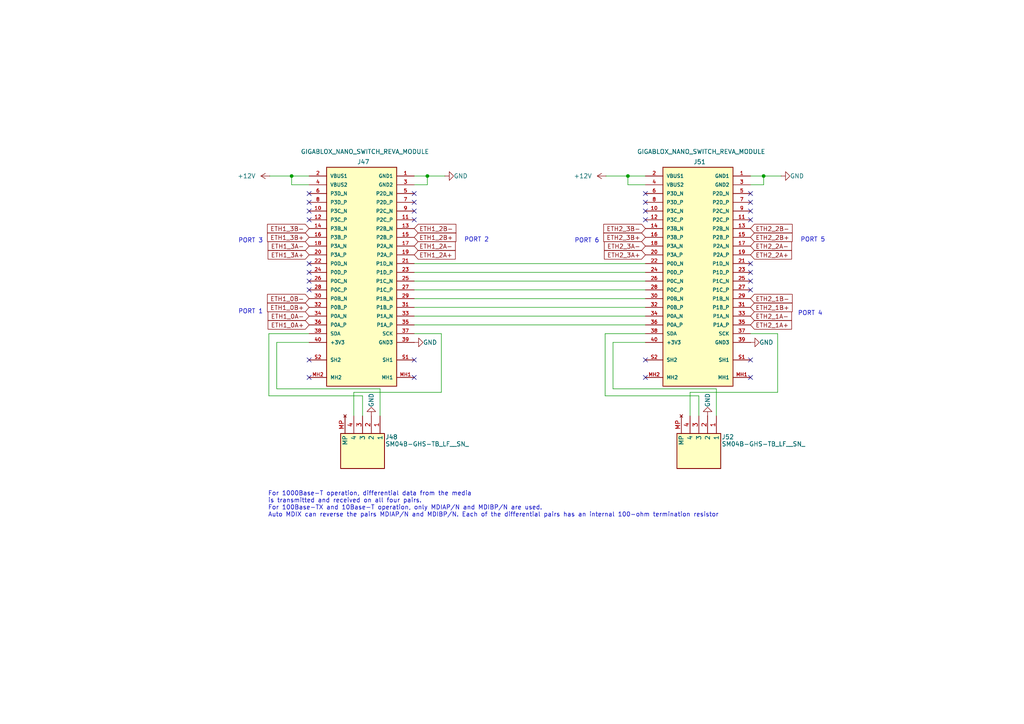
<source format=kicad_sch>
(kicad_sch
	(version 20250114)
	(generator "eeschema")
	(generator_version "9.0")
	(uuid "40d6288b-f22a-4303-971e-341940cded0b")
	(paper "A4")
	(lib_symbols
		(symbol "Samacsys_kicad_sym:SM04B-GHS-TB_LF__SN_"
			(exclude_from_sim no)
			(in_bom yes)
			(on_board yes)
			(property "Reference" "J"
				(at 5.588 4.318 0)
				(effects
					(font
						(size 1.27 1.27)
					)
					(justify left top)
				)
			)
			(property "Value" "SM04B-GHS-TB_LF__SN_"
				(at 5.588 2.286 0)
				(effects
					(font
						(size 0.5 0.5)
					)
					(justify left top)
				)
			)
			(property "Footprint" "Samacsys:SM04B-GHS-TB"
				(at 16.51 -94.92 0)
				(effects
					(font
						(size 1.27 1.27)
					)
					(justify left top)
					(hide yes)
				)
			)
			(property "Datasheet" ""
				(at 16.51 -194.92 0)
				(effects
					(font
						(size 1.27 1.27)
					)
					(justify left top)
					(hide yes)
				)
			)
			(property "Description" "JST GH Series, 1.25mm Pitch 4 Way Right Angle PCB Header, Solder Termination, 1A"
				(at 4.318 9.652 0)
				(effects
					(font
						(size 1.27 1.27)
					)
					(hide yes)
				)
			)
			(property "Height" ""
				(at 16.51 -394.92 0)
				(effects
					(font
						(size 1.27 1.27)
					)
					(justify left top)
					(hide yes)
				)
			)
			(property "Mouser Part Number" "N/A"
				(at 16.51 -494.92 0)
				(effects
					(font
						(size 1.27 1.27)
					)
					(justify left top)
					(hide yes)
				)
			)
			(property "Mouser Price/Stock" "https://www.mouser.co.uk/ProductDetail/JST-Commercial/SM04B-GHS-TBLFSN?qs=QpmGXVUTftEJzKB1YHGCXw%3D%3D"
				(at 16.51 -594.92 0)
				(effects
					(font
						(size 1.27 1.27)
					)
					(justify left top)
					(hide yes)
				)
			)
			(property "Manufacturer_Name" "JST (JAPAN SOLDERLESS TERMINALS)"
				(at 16.51 -694.92 0)
				(effects
					(font
						(size 1.27 1.27)
					)
					(justify left top)
					(hide yes)
				)
			)
			(property "Manufacturer_Part_Number" "SM04B-GHS-TB(LF)(SN)"
				(at 16.51 -794.92 0)
				(effects
					(font
						(size 1.27 1.27)
					)
					(justify left top)
					(hide yes)
				)
			)
			(symbol "SM04B-GHS-TB_LF__SN__1_1"
				(rectangle
					(start 5.08 1.27)
					(end 15.24 -11.43)
					(stroke
						(width 0.254)
						(type default)
					)
					(fill
						(type background)
					)
				)
				(pin passive line
					(at 0 0 0)
					(length 5.08)
					(name "1"
						(effects
							(font
								(size 1.27 1.27)
							)
						)
					)
					(number "1"
						(effects
							(font
								(size 1.27 1.27)
							)
						)
					)
				)
				(pin passive line
					(at 0 -2.54 0)
					(length 5.08)
					(name "2"
						(effects
							(font
								(size 1.27 1.27)
							)
						)
					)
					(number "2"
						(effects
							(font
								(size 1.27 1.27)
							)
						)
					)
				)
				(pin passive line
					(at 0 -5.08 0)
					(length 5.08)
					(name "3"
						(effects
							(font
								(size 1.27 1.27)
							)
						)
					)
					(number "3"
						(effects
							(font
								(size 1.27 1.27)
							)
						)
					)
				)
				(pin passive line
					(at 0 -7.62 0)
					(length 5.08)
					(name "4"
						(effects
							(font
								(size 1.27 1.27)
							)
						)
					)
					(number "4"
						(effects
							(font
								(size 1.27 1.27)
							)
						)
					)
				)
				(pin no_connect line
					(at 0 -10.16 0)
					(length 5.08)
					(name "MP"
						(effects
							(font
								(size 1.27 1.27)
							)
						)
					)
					(number "MP"
						(effects
							(font
								(size 1.27 1.27)
							)
						)
					)
				)
			)
			(embedded_fonts no)
		)
		(symbol "Snapeda_kicad_sym:GIGABLOX_NANO_SWITCH_REVA_MODULE"
			(pin_names
				(offset 1.016)
			)
			(exclude_from_sim no)
			(in_bom yes)
			(on_board yes)
			(property "Reference" "J"
				(at 0 64.008 0)
				(effects
					(font
						(size 1.27 1.27)
					)
					(justify left bottom)
				)
			)
			(property "Value" "GIGABLOX_NANO_SWITCH_REVA_MODULE"
				(at 0 -1.778 0)
				(effects
					(font
						(size 1.27 1.27)
					)
					(justify left bottom)
				)
			)
			(property "Footprint" "Snapeda:GIGABLOX_NANO_SWITCH_REVA_MODULE_LSHM-120-02.5-L-DV-A-S-K-TR"
				(at 0 0 0)
				(effects
					(font
						(size 1.27 1.27)
					)
					(justify bottom)
					(hide yes)
				)
			)
			(property "Datasheet" ""
				(at 0 0 0)
				(effects
					(font
						(size 1.27 1.27)
					)
					(hide yes)
				)
			)
			(property "Description" ""
				(at 0 0 0)
				(effects
					(font
						(size 1.27 1.27)
					)
					(hide yes)
				)
			)
			(property "MF" "BotBlox"
				(at 0 0 0)
				(effects
					(font
						(size 1.27 1.27)
					)
					(justify bottom)
					(hide yes)
				)
			)
			(property "Description_1" "\n                        \n                            4 PORT 1G ETHERNET SWITCH MODULE\n                        \n"
				(at 0 0 0)
				(effects
					(font
						(size 1.27 1.27)
					)
					(justify bottom)
					(hide yes)
				)
			)
			(property "Package" "None"
				(at 0 0 0)
				(effects
					(font
						(size 1.27 1.27)
					)
					(justify bottom)
					(hide yes)
				)
			)
			(property "Price" "None"
				(at 0 0 0)
				(effects
					(font
						(size 1.27 1.27)
					)
					(justify bottom)
					(hide yes)
				)
			)
			(property "SnapEDA_Link" "https://www.snapeda.com/parts/BB-GGN-A-1/Botblox/view-part/?ref=snap"
				(at 0 0 0)
				(effects
					(font
						(size 1.27 1.27)
					)
					(justify bottom)
					(hide yes)
				)
			)
			(property "MP" "BB-GGN-A-1"
				(at 0 0 0)
				(effects
					(font
						(size 1.27 1.27)
					)
					(justify bottom)
					(hide yes)
				)
			)
			(property "Availability" "In Stock"
				(at 0 0 0)
				(effects
					(font
						(size 1.27 1.27)
					)
					(justify bottom)
					(hide yes)
				)
			)
			(property "Check_prices" "https://www.snapeda.com/parts/BB-GGN-A-1/Botblox/view-part/?ref=eda"
				(at 0 0 0)
				(effects
					(font
						(size 1.27 1.27)
					)
					(justify bottom)
					(hide yes)
				)
			)
			(symbol "GIGABLOX_NANO_SWITCH_REVA_MODULE_0_0"
				(rectangle
					(start 0 0)
					(end 20.32 63.5)
					(stroke
						(width 0.254)
						(type default)
					)
					(fill
						(type background)
					)
				)
				(pin power_in line
					(at -5.08 60.96 0)
					(length 5.08)
					(name "GND1"
						(effects
							(font
								(size 1.016 1.016)
							)
						)
					)
					(number "1"
						(effects
							(font
								(size 1.016 1.016)
							)
						)
					)
				)
				(pin power_in line
					(at -5.08 58.42 0)
					(length 5.08)
					(name "GND2"
						(effects
							(font
								(size 1.016 1.016)
							)
						)
					)
					(number "3"
						(effects
							(font
								(size 1.016 1.016)
							)
						)
					)
				)
				(pin bidirectional line
					(at -5.08 55.88 0)
					(length 5.08)
					(name "P2D_N"
						(effects
							(font
								(size 1.016 1.016)
							)
						)
					)
					(number "5"
						(effects
							(font
								(size 1.016 1.016)
							)
						)
					)
				)
				(pin bidirectional line
					(at -5.08 53.34 0)
					(length 5.08)
					(name "P2D_P"
						(effects
							(font
								(size 1.016 1.016)
							)
						)
					)
					(number "7"
						(effects
							(font
								(size 1.016 1.016)
							)
						)
					)
				)
				(pin bidirectional line
					(at -5.08 50.8 0)
					(length 5.08)
					(name "P2C_N"
						(effects
							(font
								(size 1.016 1.016)
							)
						)
					)
					(number "9"
						(effects
							(font
								(size 1.016 1.016)
							)
						)
					)
				)
				(pin bidirectional line
					(at -5.08 48.26 0)
					(length 5.08)
					(name "P2C_P"
						(effects
							(font
								(size 1.016 1.016)
							)
						)
					)
					(number "11"
						(effects
							(font
								(size 1.016 1.016)
							)
						)
					)
				)
				(pin bidirectional line
					(at -5.08 45.72 0)
					(length 5.08)
					(name "P2B_N"
						(effects
							(font
								(size 1.016 1.016)
							)
						)
					)
					(number "13"
						(effects
							(font
								(size 1.016 1.016)
							)
						)
					)
				)
				(pin bidirectional line
					(at -5.08 43.18 0)
					(length 5.08)
					(name "P2B_P"
						(effects
							(font
								(size 1.016 1.016)
							)
						)
					)
					(number "15"
						(effects
							(font
								(size 1.016 1.016)
							)
						)
					)
				)
				(pin bidirectional line
					(at -5.08 40.64 0)
					(length 5.08)
					(name "P2A_N"
						(effects
							(font
								(size 1.016 1.016)
							)
						)
					)
					(number "17"
						(effects
							(font
								(size 1.016 1.016)
							)
						)
					)
				)
				(pin bidirectional line
					(at -5.08 38.1 0)
					(length 5.08)
					(name "P2A_P"
						(effects
							(font
								(size 1.016 1.016)
							)
						)
					)
					(number "19"
						(effects
							(font
								(size 1.016 1.016)
							)
						)
					)
				)
				(pin bidirectional line
					(at -5.08 35.56 0)
					(length 5.08)
					(name "P1D_N"
						(effects
							(font
								(size 1.016 1.016)
							)
						)
					)
					(number "21"
						(effects
							(font
								(size 1.016 1.016)
							)
						)
					)
				)
				(pin bidirectional line
					(at -5.08 33.02 0)
					(length 5.08)
					(name "P1D_P"
						(effects
							(font
								(size 1.016 1.016)
							)
						)
					)
					(number "23"
						(effects
							(font
								(size 1.016 1.016)
							)
						)
					)
				)
				(pin bidirectional line
					(at -5.08 30.48 0)
					(length 5.08)
					(name "P1C_N"
						(effects
							(font
								(size 1.016 1.016)
							)
						)
					)
					(number "25"
						(effects
							(font
								(size 1.016 1.016)
							)
						)
					)
				)
				(pin bidirectional line
					(at -5.08 27.94 0)
					(length 5.08)
					(name "P1C_P"
						(effects
							(font
								(size 1.016 1.016)
							)
						)
					)
					(number "27"
						(effects
							(font
								(size 1.016 1.016)
							)
						)
					)
				)
				(pin bidirectional line
					(at -5.08 25.4 0)
					(length 5.08)
					(name "P1B_N"
						(effects
							(font
								(size 1.016 1.016)
							)
						)
					)
					(number "29"
						(effects
							(font
								(size 1.016 1.016)
							)
						)
					)
				)
				(pin bidirectional line
					(at -5.08 22.86 0)
					(length 5.08)
					(name "P1B_P"
						(effects
							(font
								(size 1.016 1.016)
							)
						)
					)
					(number "31"
						(effects
							(font
								(size 1.016 1.016)
							)
						)
					)
				)
				(pin bidirectional line
					(at -5.08 20.32 0)
					(length 5.08)
					(name "P1A_N"
						(effects
							(font
								(size 1.016 1.016)
							)
						)
					)
					(number "33"
						(effects
							(font
								(size 1.016 1.016)
							)
						)
					)
				)
				(pin bidirectional line
					(at -5.08 17.78 0)
					(length 5.08)
					(name "P1A_P"
						(effects
							(font
								(size 1.016 1.016)
							)
						)
					)
					(number "35"
						(effects
							(font
								(size 1.016 1.016)
							)
						)
					)
				)
				(pin bidirectional line
					(at -5.08 15.24 0)
					(length 5.08)
					(name "SCK"
						(effects
							(font
								(size 1.016 1.016)
							)
						)
					)
					(number "37"
						(effects
							(font
								(size 1.016 1.016)
							)
						)
					)
				)
				(pin bidirectional line
					(at -5.08 7.62 0)
					(length 5.08)
					(name "SH1"
						(effects
							(font
								(size 1.016 1.016)
							)
						)
					)
					(number "S1"
						(effects
							(font
								(size 1.016 1.016)
							)
						)
					)
				)
				(pin bidirectional line
					(at -5.08 2.54 0)
					(length 5.08)
					(name "MH1"
						(effects
							(font
								(size 1.016 1.016)
							)
						)
					)
					(number "MH1"
						(effects
							(font
								(size 1.016 1.016)
							)
						)
					)
				)
				(pin power_in line
					(at 25.4 60.96 180)
					(length 5.08)
					(name "VBUS1"
						(effects
							(font
								(size 1.016 1.016)
							)
						)
					)
					(number "2"
						(effects
							(font
								(size 1.016 1.016)
							)
						)
					)
				)
				(pin power_in line
					(at 25.4 58.42 180)
					(length 5.08)
					(name "VBUS2"
						(effects
							(font
								(size 1.016 1.016)
							)
						)
					)
					(number "4"
						(effects
							(font
								(size 1.016 1.016)
							)
						)
					)
				)
				(pin bidirectional line
					(at 25.4 55.88 180)
					(length 5.08)
					(name "P3D_N"
						(effects
							(font
								(size 1.016 1.016)
							)
						)
					)
					(number "6"
						(effects
							(font
								(size 1.016 1.016)
							)
						)
					)
				)
				(pin bidirectional line
					(at 25.4 53.34 180)
					(length 5.08)
					(name "P3D_P"
						(effects
							(font
								(size 1.016 1.016)
							)
						)
					)
					(number "8"
						(effects
							(font
								(size 1.016 1.016)
							)
						)
					)
				)
				(pin bidirectional line
					(at 25.4 50.8 180)
					(length 5.08)
					(name "P3C_N"
						(effects
							(font
								(size 1.016 1.016)
							)
						)
					)
					(number "10"
						(effects
							(font
								(size 1.016 1.016)
							)
						)
					)
				)
				(pin bidirectional line
					(at 25.4 48.26 180)
					(length 5.08)
					(name "P3C_P"
						(effects
							(font
								(size 1.016 1.016)
							)
						)
					)
					(number "12"
						(effects
							(font
								(size 1.016 1.016)
							)
						)
					)
				)
				(pin bidirectional line
					(at 25.4 45.72 180)
					(length 5.08)
					(name "P3B_N"
						(effects
							(font
								(size 1.016 1.016)
							)
						)
					)
					(number "14"
						(effects
							(font
								(size 1.016 1.016)
							)
						)
					)
				)
				(pin bidirectional line
					(at 25.4 43.18 180)
					(length 5.08)
					(name "P3B_P"
						(effects
							(font
								(size 1.016 1.016)
							)
						)
					)
					(number "16"
						(effects
							(font
								(size 1.016 1.016)
							)
						)
					)
				)
				(pin bidirectional line
					(at 25.4 40.64 180)
					(length 5.08)
					(name "P3A_N"
						(effects
							(font
								(size 1.016 1.016)
							)
						)
					)
					(number "18"
						(effects
							(font
								(size 1.016 1.016)
							)
						)
					)
				)
				(pin bidirectional line
					(at 25.4 38.1 180)
					(length 5.08)
					(name "P3A_P"
						(effects
							(font
								(size 1.016 1.016)
							)
						)
					)
					(number "20"
						(effects
							(font
								(size 1.016 1.016)
							)
						)
					)
				)
				(pin bidirectional line
					(at 25.4 35.56 180)
					(length 5.08)
					(name "P0D_N"
						(effects
							(font
								(size 1.016 1.016)
							)
						)
					)
					(number "22"
						(effects
							(font
								(size 1.016 1.016)
							)
						)
					)
				)
				(pin bidirectional line
					(at 25.4 33.02 180)
					(length 5.08)
					(name "P0D_P"
						(effects
							(font
								(size 1.016 1.016)
							)
						)
					)
					(number "24"
						(effects
							(font
								(size 1.016 1.016)
							)
						)
					)
				)
				(pin bidirectional line
					(at 25.4 30.48 180)
					(length 5.08)
					(name "P0C_N"
						(effects
							(font
								(size 1.016 1.016)
							)
						)
					)
					(number "26"
						(effects
							(font
								(size 1.016 1.016)
							)
						)
					)
				)
				(pin bidirectional line
					(at 25.4 27.94 180)
					(length 5.08)
					(name "P0C_P"
						(effects
							(font
								(size 1.016 1.016)
							)
						)
					)
					(number "28"
						(effects
							(font
								(size 1.016 1.016)
							)
						)
					)
				)
				(pin bidirectional line
					(at 25.4 25.4 180)
					(length 5.08)
					(name "P0B_N"
						(effects
							(font
								(size 1.016 1.016)
							)
						)
					)
					(number "30"
						(effects
							(font
								(size 1.016 1.016)
							)
						)
					)
				)
				(pin bidirectional line
					(at 25.4 22.86 180)
					(length 5.08)
					(name "P0B_P"
						(effects
							(font
								(size 1.016 1.016)
							)
						)
					)
					(number "32"
						(effects
							(font
								(size 1.016 1.016)
							)
						)
					)
				)
				(pin bidirectional line
					(at 25.4 20.32 180)
					(length 5.08)
					(name "P0A_N"
						(effects
							(font
								(size 1.016 1.016)
							)
						)
					)
					(number "34"
						(effects
							(font
								(size 1.016 1.016)
							)
						)
					)
				)
				(pin bidirectional line
					(at 25.4 17.78 180)
					(length 5.08)
					(name "P0A_P"
						(effects
							(font
								(size 1.016 1.016)
							)
						)
					)
					(number "36"
						(effects
							(font
								(size 1.016 1.016)
							)
						)
					)
				)
				(pin bidirectional line
					(at 25.4 15.24 180)
					(length 5.08)
					(name "SDA"
						(effects
							(font
								(size 1.016 1.016)
							)
						)
					)
					(number "38"
						(effects
							(font
								(size 1.016 1.016)
							)
						)
					)
				)
				(pin bidirectional line
					(at 25.4 7.62 180)
					(length 5.08)
					(name "SH2"
						(effects
							(font
								(size 1.016 1.016)
							)
						)
					)
					(number "S2"
						(effects
							(font
								(size 1.016 1.016)
							)
						)
					)
				)
				(pin bidirectional line
					(at 25.4 2.54 180)
					(length 5.08)
					(name "MH2"
						(effects
							(font
								(size 1.016 1.016)
							)
						)
					)
					(number "MH2"
						(effects
							(font
								(size 1.016 1.016)
							)
						)
					)
				)
			)
			(symbol "GIGABLOX_NANO_SWITCH_REVA_MODULE_1_0"
				(pin passive line
					(at -5.08 12.7 0)
					(length 5.08)
					(name "GND3"
						(effects
							(font
								(size 1.016 1.016)
							)
						)
					)
					(number "39"
						(effects
							(font
								(size 1.016 1.016)
							)
						)
					)
				)
				(pin bidirectional line
					(at 25.4 12.7 180)
					(length 5.08)
					(name "+3V3"
						(effects
							(font
								(size 1.016 1.016)
							)
						)
					)
					(number "40"
						(effects
							(font
								(size 1.016 1.016)
							)
						)
					)
				)
			)
			(embedded_fonts no)
		)
		(symbol "power:+12V"
			(power)
			(pin_numbers
				(hide yes)
			)
			(pin_names
				(offset 0)
				(hide yes)
			)
			(exclude_from_sim no)
			(in_bom yes)
			(on_board yes)
			(property "Reference" "#PWR"
				(at 0 -3.81 0)
				(effects
					(font
						(size 1.27 1.27)
					)
					(hide yes)
				)
			)
			(property "Value" "+12V"
				(at 0 3.556 0)
				(effects
					(font
						(size 1.27 1.27)
					)
				)
			)
			(property "Footprint" ""
				(at 0 0 0)
				(effects
					(font
						(size 1.27 1.27)
					)
					(hide yes)
				)
			)
			(property "Datasheet" ""
				(at 0 0 0)
				(effects
					(font
						(size 1.27 1.27)
					)
					(hide yes)
				)
			)
			(property "Description" "Power symbol creates a global label with name \"+12V\""
				(at 0 0 0)
				(effects
					(font
						(size 1.27 1.27)
					)
					(hide yes)
				)
			)
			(property "ki_keywords" "global power"
				(at 0 0 0)
				(effects
					(font
						(size 1.27 1.27)
					)
					(hide yes)
				)
			)
			(symbol "+12V_0_1"
				(polyline
					(pts
						(xy -0.762 1.27) (xy 0 2.54)
					)
					(stroke
						(width 0)
						(type default)
					)
					(fill
						(type none)
					)
				)
				(polyline
					(pts
						(xy 0 2.54) (xy 0.762 1.27)
					)
					(stroke
						(width 0)
						(type default)
					)
					(fill
						(type none)
					)
				)
				(polyline
					(pts
						(xy 0 0) (xy 0 2.54)
					)
					(stroke
						(width 0)
						(type default)
					)
					(fill
						(type none)
					)
				)
			)
			(symbol "+12V_1_1"
				(pin power_in line
					(at 0 0 90)
					(length 0)
					(name "~"
						(effects
							(font
								(size 1.27 1.27)
							)
						)
					)
					(number "1"
						(effects
							(font
								(size 1.27 1.27)
							)
						)
					)
				)
			)
			(embedded_fonts no)
		)
		(symbol "power:GND"
			(power)
			(pin_numbers
				(hide yes)
			)
			(pin_names
				(offset 0)
				(hide yes)
			)
			(exclude_from_sim no)
			(in_bom yes)
			(on_board yes)
			(property "Reference" "#PWR"
				(at 0 -6.35 0)
				(effects
					(font
						(size 1.27 1.27)
					)
					(hide yes)
				)
			)
			(property "Value" "GND"
				(at 0 -3.81 0)
				(effects
					(font
						(size 1.27 1.27)
					)
				)
			)
			(property "Footprint" ""
				(at 0 0 0)
				(effects
					(font
						(size 1.27 1.27)
					)
					(hide yes)
				)
			)
			(property "Datasheet" ""
				(at 0 0 0)
				(effects
					(font
						(size 1.27 1.27)
					)
					(hide yes)
				)
			)
			(property "Description" "Power symbol creates a global label with name \"GND\" , ground"
				(at 0 0 0)
				(effects
					(font
						(size 1.27 1.27)
					)
					(hide yes)
				)
			)
			(property "ki_keywords" "global power"
				(at 0 0 0)
				(effects
					(font
						(size 1.27 1.27)
					)
					(hide yes)
				)
			)
			(symbol "GND_0_1"
				(polyline
					(pts
						(xy 0 0) (xy 0 -1.27) (xy 1.27 -1.27) (xy 0 -2.54) (xy -1.27 -1.27) (xy 0 -1.27)
					)
					(stroke
						(width 0)
						(type default)
					)
					(fill
						(type none)
					)
				)
			)
			(symbol "GND_1_1"
				(pin power_in line
					(at 0 0 270)
					(length 0)
					(name "~"
						(effects
							(font
								(size 1.27 1.27)
							)
						)
					)
					(number "1"
						(effects
							(font
								(size 1.27 1.27)
							)
						)
					)
				)
			)
			(embedded_fonts no)
		)
	)
	(text "PORT 6"
		(exclude_from_sim no)
		(at 166.624 70.612 0)
		(effects
			(font
				(size 1.27 1.27)
			)
			(justify left bottom)
		)
		(uuid "08adc931-3269-422a-ba9b-fcb653df4cad")
	)
	(text "PORT 3"
		(exclude_from_sim no)
		(at 69.088 70.612 0)
		(effects
			(font
				(size 1.27 1.27)
			)
			(justify left bottom)
		)
		(uuid "72e91fb4-958d-4b57-9f62-a7ad3dc5e08f")
	)
	(text "For 1000Base-T operation, differential data from the media\nis transmitted and received on all four pairs.\nFor 100Base-TX and 10Base-T operation, only MDIAP/N and MDIBP/N are used.\nAuto MDIX can reverse the pairs MDIAP/N and MDIBP/N. Each of the differential pairs has an internal 100-ohm termination resistor"
		(exclude_from_sim no)
		(at 77.724 146.304 0)
		(effects
			(font
				(size 1.27 1.27)
			)
			(justify left)
		)
		(uuid "7f6466b8-d605-4386-8549-48cafdf7b667")
	)
	(text "PORT 4"
		(exclude_from_sim no)
		(at 231.394 91.694 0)
		(effects
			(font
				(size 1.27 1.27)
			)
			(justify left bottom)
		)
		(uuid "7f6d1319-1385-440e-badf-1f1941bd397e")
	)
	(text "PORT 2"
		(exclude_from_sim no)
		(at 134.62 70.358 0)
		(effects
			(font
				(size 1.27 1.27)
			)
			(justify left bottom)
		)
		(uuid "ca142c25-aef8-46dd-af50-71cca6fa3fab")
	)
	(text "PORT 1"
		(exclude_from_sim no)
		(at 69.088 91.186 0)
		(effects
			(font
				(size 1.27 1.27)
			)
			(justify left bottom)
		)
		(uuid "e8df896f-001c-4dd9-819c-e4cc22d9f527")
	)
	(text "PORT 5"
		(exclude_from_sim no)
		(at 232.156 70.358 0)
		(effects
			(font
				(size 1.27 1.27)
			)
			(justify left bottom)
		)
		(uuid "eff18f53-d0c7-4629-b8a1-53ec80b80a0e")
	)
	(junction
		(at 123.952 51.054)
		(diameter 0)
		(color 0 0 0 0)
		(uuid "83fd210f-5be1-4752-bc94-d0c612099ed1")
	)
	(junction
		(at 84.582 51.054)
		(diameter 0)
		(color 0 0 0 0)
		(uuid "b39f4ed2-cee1-4093-b963-0ca91a063fb6")
	)
	(junction
		(at 221.488 51.054)
		(diameter 0)
		(color 0 0 0 0)
		(uuid "ced5cd23-6691-4f3c-9d73-4fc12a411ac5")
	)
	(junction
		(at 182.118 51.054)
		(diameter 0)
		(color 0 0 0 0)
		(uuid "e429f148-3b33-4208-bef0-5fdbf68e65cd")
	)
	(no_connect
		(at 89.662 78.994)
		(uuid "087915d5-b6a4-48b3-af70-50ccee5c2c25")
	)
	(no_connect
		(at 89.662 81.534)
		(uuid "1358b738-2b69-469a-93c0-995a89311683")
	)
	(no_connect
		(at 89.662 104.394)
		(uuid "178e2b17-90b5-426b-9377-9fc1e6e5f0e5")
	)
	(no_connect
		(at 217.678 56.134)
		(uuid "1b26bd27-12ac-4764-b625-569d4a60b504")
	)
	(no_connect
		(at 120.142 61.214)
		(uuid "1e6f80c0-56d3-4105-9ea8-e3beb5f6732a")
	)
	(no_connect
		(at 120.142 58.674)
		(uuid "32b6a83d-9171-465a-94b7-95c9e2df2333")
	)
	(no_connect
		(at 89.662 56.134)
		(uuid "370d7a08-c685-496c-9360-f5be7d0f0ef0")
	)
	(no_connect
		(at 217.678 61.214)
		(uuid "3f79ddd9-ca69-4972-a356-5db367fc8aef")
	)
	(no_connect
		(at 187.198 104.394)
		(uuid "510ce75e-2520-4b5d-bd3b-342443fa4c21")
	)
	(no_connect
		(at 187.198 56.134)
		(uuid "55a62ac7-67d7-4b6f-8dc7-75c6e44e6220")
	)
	(no_connect
		(at 217.678 58.674)
		(uuid "58a7e87d-6609-456f-8b21-f77ee5e8c0fd")
	)
	(no_connect
		(at 120.142 104.394)
		(uuid "7654d670-653c-42cb-9e84-84c265e09f67")
	)
	(no_connect
		(at 217.678 84.074)
		(uuid "83ba6586-3383-47bf-b9cd-6a495f46f5a6")
	)
	(no_connect
		(at 187.198 58.674)
		(uuid "88046af4-926c-4a35-b82e-8bd54b73e80f")
	)
	(no_connect
		(at 217.678 63.754)
		(uuid "8845dcbe-83d1-4c37-9af7-c695ddf8f561")
	)
	(no_connect
		(at 217.678 109.474)
		(uuid "8c97d209-6185-4efe-87b8-0c9e8b5eecd4")
	)
	(no_connect
		(at 89.662 84.074)
		(uuid "9483dc6a-308a-4134-befb-49cd6cccdcbd")
	)
	(no_connect
		(at 187.198 61.214)
		(uuid "96f662c2-5fbd-4eb4-aec7-5cbd1135cc52")
	)
	(no_connect
		(at 187.198 63.754)
		(uuid "9ac45421-f7ea-4ba6-b1e4-2bc12a07673a")
	)
	(no_connect
		(at 217.678 78.994)
		(uuid "9c519ff4-3f8a-4b1d-91c2-d1cad6d54f0f")
	)
	(no_connect
		(at 89.662 63.754)
		(uuid "a84f15c5-2ec4-4363-a3a9-483a485b7d0d")
	)
	(no_connect
		(at 120.142 109.474)
		(uuid "aa8dc979-fb56-41b8-a762-e8148c029e75")
	)
	(no_connect
		(at 217.678 104.394)
		(uuid "b64fd335-bfd2-4a8e-96d6-9b60a4110d79")
	)
	(no_connect
		(at 120.142 63.754)
		(uuid "bf6bf5eb-e403-4c42-981e-9c2b7eeb6dcf")
	)
	(no_connect
		(at 89.662 61.214)
		(uuid "c32e6af6-2f8f-447c-b0c2-5c811d8b9836")
	)
	(no_connect
		(at 120.142 56.134)
		(uuid "c9a0bef8-f41b-4b2d-90b5-3a31144dba21")
	)
	(no_connect
		(at 217.678 81.534)
		(uuid "cb532a80-c0dd-470b-8f19-fdcea58757d5")
	)
	(no_connect
		(at 89.662 76.454)
		(uuid "d1d2ff96-7278-4c4f-88aa-020145f0ed92")
	)
	(no_connect
		(at 217.678 76.454)
		(uuid "e6fd0972-a56a-49aa-9867-2276a27f14a1")
	)
	(no_connect
		(at 187.198 109.474)
		(uuid "ed995372-3638-4904-87ad-de0a43197d86")
	)
	(no_connect
		(at 89.662 109.474)
		(uuid "f4b1925d-64aa-40d7-bccd-e371925390d2")
	)
	(no_connect
		(at 89.662 58.674)
		(uuid "feb28ef3-6108-408a-9d34-f9e04eda07da")
	)
	(wire
		(pts
			(xy 128.016 96.774) (xy 120.142 96.774)
		)
		(stroke
			(width 0)
			(type default)
		)
		(uuid "09f5b4ce-3fb0-4611-a11b-b670c78a5310")
	)
	(wire
		(pts
			(xy 77.978 114.808) (xy 77.978 96.774)
		)
		(stroke
			(width 0)
			(type default)
		)
		(uuid "154de6ae-70bc-4fef-a078-63f06d3d066f")
	)
	(wire
		(pts
			(xy 187.198 53.594) (xy 182.118 53.594)
		)
		(stroke
			(width 0)
			(type default)
		)
		(uuid "1b3b7741-383a-46b0-9f46-a6033a7efa7a")
	)
	(wire
		(pts
			(xy 175.514 96.774) (xy 187.198 96.774)
		)
		(stroke
			(width 0)
			(type default)
		)
		(uuid "1befa105-ae95-4d32-b58a-10f01a5a8ada")
	)
	(wire
		(pts
			(xy 110.236 112.776) (xy 80.264 112.776)
		)
		(stroke
			(width 0)
			(type default)
		)
		(uuid "1ddaf2d2-48b1-44f0-9c01-b466d9202516")
	)
	(wire
		(pts
			(xy 120.142 94.234) (xy 187.198 94.234)
		)
		(stroke
			(width 0)
			(type default)
		)
		(uuid "22736ffa-2a4e-48a6-b4ed-6903a7dc051d")
	)
	(wire
		(pts
			(xy 102.616 113.792) (xy 102.616 120.65)
		)
		(stroke
			(width 0)
			(type default)
		)
		(uuid "252b84c3-6d43-4a25-bdb3-414c198427d6")
	)
	(wire
		(pts
			(xy 123.952 51.054) (xy 129.032 51.054)
		)
		(stroke
			(width 0)
			(type default)
		)
		(uuid "28fa03a2-3a34-488d-837a-7a6a5cb10194")
	)
	(wire
		(pts
			(xy 120.142 51.054) (xy 123.952 51.054)
		)
		(stroke
			(width 0)
			(type default)
		)
		(uuid "2a82fc41-ca77-40a7-8216-47b2e20150aa")
	)
	(wire
		(pts
			(xy 89.662 53.594) (xy 84.582 53.594)
		)
		(stroke
			(width 0)
			(type default)
		)
		(uuid "33ce7911-f276-4cfb-a975-c4eab49f30dc")
	)
	(wire
		(pts
			(xy 105.156 114.808) (xy 77.978 114.808)
		)
		(stroke
			(width 0)
			(type default)
		)
		(uuid "3705419a-5aba-458a-a10b-7086a504ead1")
	)
	(wire
		(pts
			(xy 89.662 51.054) (xy 84.582 51.054)
		)
		(stroke
			(width 0)
			(type default)
		)
		(uuid "4762f780-99c3-4b0b-bd0e-cf239a032f0a")
	)
	(wire
		(pts
			(xy 120.142 81.534) (xy 187.198 81.534)
		)
		(stroke
			(width 0)
			(type default)
		)
		(uuid "56ae64c9-f2bb-4b40-afa5-ee1d8f5166b5")
	)
	(wire
		(pts
			(xy 182.118 51.054) (xy 175.768 51.054)
		)
		(stroke
			(width 0)
			(type default)
		)
		(uuid "5cefb93f-80d0-443c-b8c3-feaf4cbd5820")
	)
	(wire
		(pts
			(xy 120.142 78.994) (xy 187.198 78.994)
		)
		(stroke
			(width 0)
			(type default)
		)
		(uuid "6aadd343-ece4-4557-99ec-dd20c2d6b444")
	)
	(wire
		(pts
			(xy 110.236 112.776) (xy 110.236 120.65)
		)
		(stroke
			(width 0)
			(type default)
		)
		(uuid "70846ed3-d3aa-43d4-8108-ab71e77bc91f")
	)
	(wire
		(pts
			(xy 177.8 99.314) (xy 187.198 99.314)
		)
		(stroke
			(width 0)
			(type default)
		)
		(uuid "70f6ff9f-7e4f-49cd-b418-4885b3c109fc")
	)
	(wire
		(pts
			(xy 217.678 53.594) (xy 221.488 53.594)
		)
		(stroke
			(width 0)
			(type default)
		)
		(uuid "74ef07bf-ad8d-49e8-8554-734c965966e5")
	)
	(wire
		(pts
			(xy 120.142 86.614) (xy 187.198 86.614)
		)
		(stroke
			(width 0)
			(type default)
		)
		(uuid "7cc46e52-4717-4bca-bd15-1ef6b35226f1")
	)
	(wire
		(pts
			(xy 225.552 113.792) (xy 225.552 96.774)
		)
		(stroke
			(width 0)
			(type default)
		)
		(uuid "81956d3c-8e65-4854-bc9c-2eb9b4c0f6de")
	)
	(wire
		(pts
			(xy 202.692 114.808) (xy 175.514 114.808)
		)
		(stroke
			(width 0)
			(type default)
		)
		(uuid "83bfaec0-cefb-4932-be6b-92b307b1724d")
	)
	(wire
		(pts
			(xy 120.142 89.154) (xy 187.198 89.154)
		)
		(stroke
			(width 0)
			(type default)
		)
		(uuid "8a08be67-715c-4d9a-b027-1aa776b901b1")
	)
	(wire
		(pts
			(xy 200.152 113.792) (xy 200.152 120.65)
		)
		(stroke
			(width 0)
			(type default)
		)
		(uuid "8c06bd45-7047-402a-8132-e3df91c008c9")
	)
	(wire
		(pts
			(xy 128.016 113.792) (xy 128.016 96.774)
		)
		(stroke
			(width 0)
			(type default)
		)
		(uuid "8df4cb02-1169-4f7c-a3e1-555317c52465")
	)
	(wire
		(pts
			(xy 123.952 53.594) (xy 123.952 51.054)
		)
		(stroke
			(width 0)
			(type default)
		)
		(uuid "98100959-2549-4147-841d-8909db28ff25")
	)
	(wire
		(pts
			(xy 202.692 120.65) (xy 202.692 114.808)
		)
		(stroke
			(width 0)
			(type default)
		)
		(uuid "9b758ddd-2476-43ed-bd24-baaf8efef6cf")
	)
	(wire
		(pts
			(xy 207.772 112.776) (xy 207.772 120.65)
		)
		(stroke
			(width 0)
			(type default)
		)
		(uuid "9cd70225-97a9-4879-ba50-09b43f16b581")
	)
	(wire
		(pts
			(xy 200.152 113.792) (xy 225.552 113.792)
		)
		(stroke
			(width 0)
			(type default)
		)
		(uuid "9d23a1a4-16d0-4a25-b57f-72cc8fb13cd9")
	)
	(wire
		(pts
			(xy 207.772 112.776) (xy 177.8 112.776)
		)
		(stroke
			(width 0)
			(type default)
		)
		(uuid "9e0ddf8c-b661-427d-b2cf-ee124a63d623")
	)
	(wire
		(pts
			(xy 84.582 53.594) (xy 84.582 51.054)
		)
		(stroke
			(width 0)
			(type default)
		)
		(uuid "9e869284-56d9-4d7d-b18b-97798dfcf365")
	)
	(wire
		(pts
			(xy 221.488 53.594) (xy 221.488 51.054)
		)
		(stroke
			(width 0)
			(type default)
		)
		(uuid "9fe2f28a-34b6-4aca-a797-4c2de79ef1e0")
	)
	(wire
		(pts
			(xy 177.8 112.776) (xy 177.8 99.314)
		)
		(stroke
			(width 0)
			(type default)
		)
		(uuid "a167bef6-9c74-4cee-9d7e-0f27e5ac9cda")
	)
	(wire
		(pts
			(xy 187.198 51.054) (xy 182.118 51.054)
		)
		(stroke
			(width 0)
			(type default)
		)
		(uuid "a309101c-a039-434e-b78a-f877afebbc6f")
	)
	(wire
		(pts
			(xy 120.142 84.074) (xy 187.198 84.074)
		)
		(stroke
			(width 0)
			(type default)
		)
		(uuid "a512945f-6bb9-4475-b870-e8b639fbd706")
	)
	(wire
		(pts
			(xy 77.978 96.774) (xy 89.662 96.774)
		)
		(stroke
			(width 0)
			(type default)
		)
		(uuid "ab564bcd-769b-4e5f-9e81-1eb2f4d084f9")
	)
	(wire
		(pts
			(xy 84.582 51.054) (xy 78.232 51.054)
		)
		(stroke
			(width 0)
			(type default)
		)
		(uuid "b0af197a-c928-41c1-9092-74df9146f9b3")
	)
	(wire
		(pts
			(xy 221.488 51.054) (xy 226.568 51.054)
		)
		(stroke
			(width 0)
			(type default)
		)
		(uuid "b2318c5f-42f4-4fdf-92fc-341d628fb1fd")
	)
	(wire
		(pts
			(xy 102.616 113.792) (xy 128.016 113.792)
		)
		(stroke
			(width 0)
			(type default)
		)
		(uuid "bf04e9c5-6894-421e-8cab-06ba64e84d6f")
	)
	(wire
		(pts
			(xy 225.552 96.774) (xy 217.678 96.774)
		)
		(stroke
			(width 0)
			(type default)
		)
		(uuid "c17956f1-a00c-4747-be6c-5688f81a7f1f")
	)
	(wire
		(pts
			(xy 120.142 53.594) (xy 123.952 53.594)
		)
		(stroke
			(width 0)
			(type default)
		)
		(uuid "c1f085a0-1276-46bc-8e48-e70c4e4e13da")
	)
	(wire
		(pts
			(xy 120.142 76.454) (xy 187.198 76.454)
		)
		(stroke
			(width 0)
			(type default)
		)
		(uuid "c85366a1-0df3-4e5f-88e5-b96fef048ca5")
	)
	(wire
		(pts
			(xy 217.678 51.054) (xy 221.488 51.054)
		)
		(stroke
			(width 0)
			(type default)
		)
		(uuid "d076669b-2a34-4c63-8fc4-eadafae1c9d0")
	)
	(wire
		(pts
			(xy 182.118 53.594) (xy 182.118 51.054)
		)
		(stroke
			(width 0)
			(type default)
		)
		(uuid "d5e6ae0f-299c-4c7c-93df-f72571c1742c")
	)
	(wire
		(pts
			(xy 105.156 120.65) (xy 105.156 114.808)
		)
		(stroke
			(width 0)
			(type default)
		)
		(uuid "dacd5422-2689-4d01-a16f-8b1fa4d0d762")
	)
	(wire
		(pts
			(xy 175.514 114.808) (xy 175.514 96.774)
		)
		(stroke
			(width 0)
			(type default)
		)
		(uuid "f13e4c55-560a-418f-b373-0298ac64ee0d")
	)
	(wire
		(pts
			(xy 120.142 91.694) (xy 187.198 91.694)
		)
		(stroke
			(width 0)
			(type default)
		)
		(uuid "f42868a0-a709-4f40-a0b7-9714435ede97")
	)
	(wire
		(pts
			(xy 80.264 99.314) (xy 89.662 99.314)
		)
		(stroke
			(width 0)
			(type default)
		)
		(uuid "f5436b73-5339-4e4f-8e17-f2b4f29e13d8")
	)
	(wire
		(pts
			(xy 80.264 112.776) (xy 80.264 99.314)
		)
		(stroke
			(width 0)
			(type default)
		)
		(uuid "f7a16e41-fd3e-4a8f-aac9-20a2c846feb2")
	)
	(global_label "ETH1_3B-"
		(shape input)
		(at 89.662 66.294 180)
		(fields_autoplaced yes)
		(effects
			(font
				(size 1.27 1.27)
			)
			(justify right)
		)
		(uuid "18e7a124-adef-4059-a3f8-1862d63e863a")
		(property "Intersheetrefs" "${INTERSHEET_REFS}"
			(at 77.0007 66.294 0)
			(effects
				(font
					(size 1.27 1.27)
				)
				(justify right)
				(hide yes)
			)
		)
	)
	(global_label "ETH1_0A-"
		(shape input)
		(at 89.662 91.694 180)
		(fields_autoplaced yes)
		(effects
			(font
				(size 1.27 1.27)
			)
			(justify right)
		)
		(uuid "1ac2c6d2-79bd-4ade-becf-9ff360e69197")
		(property "Intersheetrefs" "${INTERSHEET_REFS}"
			(at 77.1821 91.694 0)
			(effects
				(font
					(size 1.27 1.27)
				)
				(justify right)
				(hide yes)
			)
		)
	)
	(global_label "ETH1_3B+"
		(shape input)
		(at 89.662 68.834 180)
		(fields_autoplaced yes)
		(effects
			(font
				(size 1.27 1.27)
			)
			(justify right)
		)
		(uuid "1f58533d-a871-493d-baed-0a050c7fe466")
		(property "Intersheetrefs" "${INTERSHEET_REFS}"
			(at 77.0007 68.834 0)
			(effects
				(font
					(size 1.27 1.27)
				)
				(justify right)
				(hide yes)
			)
		)
	)
	(global_label "ETH1_2B+"
		(shape input)
		(at 120.142 68.834 0)
		(fields_autoplaced yes)
		(effects
			(font
				(size 1.27 1.27)
			)
			(justify left)
		)
		(uuid "2abd8408-3b6a-4134-80d4-63d940d736fd")
		(property "Intersheetrefs" "${INTERSHEET_REFS}"
			(at 132.8033 68.834 0)
			(effects
				(font
					(size 1.27 1.27)
				)
				(justify left)
				(hide yes)
			)
		)
	)
	(global_label "ETH2_2A+"
		(shape input)
		(at 217.678 73.914 0)
		(fields_autoplaced yes)
		(effects
			(font
				(size 1.27 1.27)
			)
			(justify left)
		)
		(uuid "309adc9d-6fea-4f98-9a02-ee605db8cf1c")
		(property "Intersheetrefs" "${INTERSHEET_REFS}"
			(at 230.1579 73.914 0)
			(effects
				(font
					(size 1.27 1.27)
				)
				(justify left)
				(hide yes)
			)
		)
	)
	(global_label "ETH2_3A+"
		(shape input)
		(at 187.198 73.914 180)
		(fields_autoplaced yes)
		(effects
			(font
				(size 1.27 1.27)
			)
			(justify right)
		)
		(uuid "358e6df9-d993-4da9-b9f0-e8193046b8a8")
		(property "Intersheetrefs" "${INTERSHEET_REFS}"
			(at 174.7181 73.914 0)
			(effects
				(font
					(size 1.27 1.27)
				)
				(justify right)
				(hide yes)
			)
		)
	)
	(global_label "ETH2_2B+"
		(shape input)
		(at 217.678 68.834 0)
		(fields_autoplaced yes)
		(effects
			(font
				(size 1.27 1.27)
			)
			(justify left)
		)
		(uuid "3933e919-3e46-446f-8123-9caf0f457624")
		(property "Intersheetrefs" "${INTERSHEET_REFS}"
			(at 230.3393 68.834 0)
			(effects
				(font
					(size 1.27 1.27)
				)
				(justify left)
				(hide yes)
			)
		)
	)
	(global_label "ETH2_3A-"
		(shape input)
		(at 187.198 71.374 180)
		(fields_autoplaced yes)
		(effects
			(font
				(size 1.27 1.27)
			)
			(justify right)
		)
		(uuid "3b1ff2c5-b647-4628-9ddf-7069393299f3")
		(property "Intersheetrefs" "${INTERSHEET_REFS}"
			(at 174.7181 71.374 0)
			(effects
				(font
					(size 1.27 1.27)
				)
				(justify right)
				(hide yes)
			)
		)
	)
	(global_label "ETH1_3A+"
		(shape input)
		(at 89.662 73.914 180)
		(fields_autoplaced yes)
		(effects
			(font
				(size 1.27 1.27)
			)
			(justify right)
		)
		(uuid "45aea645-c4e4-43ed-801b-ac379538cfae")
		(property "Intersheetrefs" "${INTERSHEET_REFS}"
			(at 77.1821 73.914 0)
			(effects
				(font
					(size 1.27 1.27)
				)
				(justify right)
				(hide yes)
			)
		)
	)
	(global_label "ETH2_3B+"
		(shape input)
		(at 187.198 68.834 180)
		(fields_autoplaced yes)
		(effects
			(font
				(size 1.27 1.27)
			)
			(justify right)
		)
		(uuid "5a1984ad-0f5b-4f0c-a312-a348ceb9cb09")
		(property "Intersheetrefs" "${INTERSHEET_REFS}"
			(at 174.5367 68.834 0)
			(effects
				(font
					(size 1.27 1.27)
				)
				(justify right)
				(hide yes)
			)
		)
	)
	(global_label "ETH1_2B-"
		(shape input)
		(at 120.142 66.294 0)
		(fields_autoplaced yes)
		(effects
			(font
				(size 1.27 1.27)
			)
			(justify left)
		)
		(uuid "616655db-3a9f-474b-857c-e71a4995e3f9")
		(property "Intersheetrefs" "${INTERSHEET_REFS}"
			(at 132.8033 66.294 0)
			(effects
				(font
					(size 1.27 1.27)
				)
				(justify left)
				(hide yes)
			)
		)
	)
	(global_label "ETH2_1A+"
		(shape input)
		(at 217.678 94.234 0)
		(fields_autoplaced yes)
		(effects
			(font
				(size 1.27 1.27)
			)
			(justify left)
		)
		(uuid "725e6695-f0d5-4328-8793-449f519b3692")
		(property "Intersheetrefs" "${INTERSHEET_REFS}"
			(at 230.1579 94.234 0)
			(effects
				(font
					(size 1.27 1.27)
				)
				(justify left)
				(hide yes)
			)
		)
	)
	(global_label "ETH2_2A-"
		(shape input)
		(at 217.678 71.374 0)
		(fields_autoplaced yes)
		(effects
			(font
				(size 1.27 1.27)
			)
			(justify left)
		)
		(uuid "85dab681-c9b0-4b02-845f-dd2636fc4c3a")
		(property "Intersheetrefs" "${INTERSHEET_REFS}"
			(at 230.1579 71.374 0)
			(effects
				(font
					(size 1.27 1.27)
				)
				(justify left)
				(hide yes)
			)
		)
	)
	(global_label "ETH2_2B-"
		(shape input)
		(at 217.678 66.294 0)
		(fields_autoplaced yes)
		(effects
			(font
				(size 1.27 1.27)
			)
			(justify left)
		)
		(uuid "86428df3-ed83-43cc-8fbf-49199676610a")
		(property "Intersheetrefs" "${INTERSHEET_REFS}"
			(at 230.3393 66.294 0)
			(effects
				(font
					(size 1.27 1.27)
				)
				(justify left)
				(hide yes)
			)
		)
	)
	(global_label "ETH1_0A+"
		(shape input)
		(at 89.662 94.234 180)
		(fields_autoplaced yes)
		(effects
			(font
				(size 1.27 1.27)
			)
			(justify right)
		)
		(uuid "b555179a-792a-4c48-99ab-5e08ad0dc69f")
		(property "Intersheetrefs" "${INTERSHEET_REFS}"
			(at 77.1821 94.234 0)
			(effects
				(font
					(size 1.27 1.27)
				)
				(justify right)
				(hide yes)
			)
		)
	)
	(global_label "ETH2_1B+"
		(shape input)
		(at 217.678 89.154 0)
		(fields_autoplaced yes)
		(effects
			(font
				(size 1.27 1.27)
			)
			(justify left)
		)
		(uuid "baafad57-d92c-4fca-bccf-7ad973516eb5")
		(property "Intersheetrefs" "${INTERSHEET_REFS}"
			(at 230.3393 89.154 0)
			(effects
				(font
					(size 1.27 1.27)
				)
				(justify left)
				(hide yes)
			)
		)
	)
	(global_label "ETH1_2A-"
		(shape input)
		(at 120.142 71.374 0)
		(fields_autoplaced yes)
		(effects
			(font
				(size 1.27 1.27)
			)
			(justify left)
		)
		(uuid "bbded5a5-e7b3-476f-8565-e8e9301da3bc")
		(property "Intersheetrefs" "${INTERSHEET_REFS}"
			(at 132.6219 71.374 0)
			(effects
				(font
					(size 1.27 1.27)
				)
				(justify left)
				(hide yes)
			)
		)
	)
	(global_label "ETH1_3A-"
		(shape input)
		(at 89.662 71.374 180)
		(fields_autoplaced yes)
		(effects
			(font
				(size 1.27 1.27)
			)
			(justify right)
		)
		(uuid "bfad026f-697f-498b-a62a-f69fd8da2eb2")
		(property "Intersheetrefs" "${INTERSHEET_REFS}"
			(at 77.1821 71.374 0)
			(effects
				(font
					(size 1.27 1.27)
				)
				(justify right)
				(hide yes)
			)
		)
	)
	(global_label "ETH1_0B+"
		(shape input)
		(at 89.662 89.154 180)
		(fields_autoplaced yes)
		(effects
			(font
				(size 1.27 1.27)
			)
			(justify right)
		)
		(uuid "d1985ebe-4fb9-4ab8-af6d-c4c591bd3b44")
		(property "Intersheetrefs" "${INTERSHEET_REFS}"
			(at 77.0007 89.154 0)
			(effects
				(font
					(size 1.27 1.27)
				)
				(justify right)
				(hide yes)
			)
		)
	)
	(global_label "ETH1_0B-"
		(shape input)
		(at 89.662 86.614 180)
		(fields_autoplaced yes)
		(effects
			(font
				(size 1.27 1.27)
			)
			(justify right)
		)
		(uuid "d65dce3b-5e12-4c67-958e-a7ccad5f419b")
		(property "Intersheetrefs" "${INTERSHEET_REFS}"
			(at 77.0007 86.614 0)
			(effects
				(font
					(size 1.27 1.27)
				)
				(justify right)
				(hide yes)
			)
		)
	)
	(global_label "ETH2_1B-"
		(shape input)
		(at 217.678 86.614 0)
		(fields_autoplaced yes)
		(effects
			(font
				(size 1.27 1.27)
			)
			(justify left)
		)
		(uuid "e374ba38-258c-49f0-a738-2e2fffef2455")
		(property "Intersheetrefs" "${INTERSHEET_REFS}"
			(at 230.3393 86.614 0)
			(effects
				(font
					(size 1.27 1.27)
				)
				(justify left)
				(hide yes)
			)
		)
	)
	(global_label "ETH2_1A-"
		(shape input)
		(at 217.678 91.694 0)
		(fields_autoplaced yes)
		(effects
			(font
				(size 1.27 1.27)
			)
			(justify left)
		)
		(uuid "ed556b79-9f38-4630-83d3-9cba6b465a5c")
		(property "Intersheetrefs" "${INTERSHEET_REFS}"
			(at 230.1579 91.694 0)
			(effects
				(font
					(size 1.27 1.27)
				)
				(justify left)
				(hide yes)
			)
		)
	)
	(global_label "ETH1_2A+"
		(shape input)
		(at 120.142 73.914 0)
		(fields_autoplaced yes)
		(effects
			(font
				(size 1.27 1.27)
			)
			(justify left)
		)
		(uuid "ede4e18d-24e5-4f2a-bfa2-8f554344f1cc")
		(property "Intersheetrefs" "${INTERSHEET_REFS}"
			(at 132.6219 73.914 0)
			(effects
				(font
					(size 1.27 1.27)
				)
				(justify left)
				(hide yes)
			)
		)
	)
	(global_label "ETH2_3B-"
		(shape input)
		(at 187.198 66.294 180)
		(fields_autoplaced yes)
		(effects
			(font
				(size 1.27 1.27)
			)
			(justify right)
		)
		(uuid "ef344e1b-8275-404b-b480-81d38f5274e6")
		(property "Intersheetrefs" "${INTERSHEET_REFS}"
			(at 174.5367 66.294 0)
			(effects
				(font
					(size 1.27 1.27)
				)
				(justify right)
				(hide yes)
			)
		)
	)
	(symbol
		(lib_id "power:+12V")
		(at 78.232 51.054 90)
		(unit 1)
		(exclude_from_sim no)
		(in_bom yes)
		(on_board yes)
		(dnp no)
		(fields_autoplaced yes)
		(uuid "00ba572f-6dd3-451a-a342-f11fef11b378")
		(property "Reference" "#PWR022"
			(at 82.042 51.054 0)
			(effects
				(font
					(size 1.27 1.27)
				)
				(hide yes)
			)
		)
		(property "Value" "+12V"
			(at 74.168 51.0539 90)
			(effects
				(font
					(size 1.27 1.27)
				)
				(justify left)
			)
		)
		(property "Footprint" ""
			(at 78.232 51.054 0)
			(effects
				(font
					(size 1.27 1.27)
				)
				(hide yes)
			)
		)
		(property "Datasheet" ""
			(at 78.232 51.054 0)
			(effects
				(font
					(size 1.27 1.27)
				)
				(hide yes)
			)
		)
		(property "Description" "Power symbol creates a global label with name \"+12V\""
			(at 78.232 51.054 0)
			(effects
				(font
					(size 1.27 1.27)
				)
				(hide yes)
			)
		)
		(pin "1"
			(uuid "a6b741bc-32e0-4fa5-93ec-41a5c1b4279b")
		)
		(instances
			(project "Quiver_PT3_Main_PCB"
				(path "/30df7be7-b115-437e-9af2-7bf229cedd34/4e2eb084-e4af-4488-a269-e3c3e0299f26"
					(reference "#PWR022")
					(unit 1)
				)
			)
		)
	)
	(symbol
		(lib_id "Snapeda_kicad_sym:GIGABLOX_NANO_SWITCH_REVA_MODULE")
		(at 115.062 112.014 0)
		(mirror y)
		(unit 1)
		(exclude_from_sim no)
		(in_bom yes)
		(on_board yes)
		(dnp no)
		(uuid "145ef6e6-d628-4fd3-9de0-182ce392c226")
		(property "Reference" "J47"
			(at 107.188 46.228 0)
			(effects
				(font
					(size 1.27 1.27)
				)
				(justify left top)
			)
		)
		(property "Value" "GIGABLOX_NANO_SWITCH_REVA_MODULE"
			(at 124.46 44.704 0)
			(effects
				(font
					(size 1.27 1.27)
				)
				(justify left bottom)
			)
		)
		(property "Footprint" "Snapeda:GIGABLOX_NANO_SWITCH_REVA_MODULE_LSHM-120-02.5-L-DV-A-S-K-TR"
			(at 115.062 112.014 0)
			(effects
				(font
					(size 1.27 1.27)
				)
				(justify bottom)
				(hide yes)
			)
		)
		(property "Datasheet" "http://suddendocs.samtec.com/prints/lshm-1xx-xx.x-xxx-dv-a-x-x-xx-mkt.pdf"
			(at 115.062 112.014 0)
			(effects
				(font
					(size 1.27 1.27)
				)
				(hide yes)
			)
		)
		(property "Description" "40 Position, 0.50 mm Razor Beam&trade; High-Speed Hermaphroditic Terminal/Socket Strip"
			(at 115.062 112.014 0)
			(effects
				(font
					(size 1.27 1.27)
				)
				(hide yes)
			)
		)
		(property "Height" ""
			(at 55.372 501.854 0)
			(effects
				(font
					(size 1.27 1.27)
				)
				(justify left top)
				(hide yes)
			)
		)
		(property "Mouser Part Number" "200-LSHM1202.5LDVASK"
			(at 55.372 601.854 0)
			(effects
				(font
					(size 1.27 1.27)
				)
				(justify left top)
				(hide yes)
			)
		)
		(property "Mouser Price/Stock" "https://www.mouser.co.uk/ProductDetail/Samtec/LSHM-120-02.5-L-DV-A-S-K-TR?qs=PB6%2FjmICvI06Gdv948IynQ%3D%3D"
			(at 55.372 701.854 0)
			(effects
				(font
					(size 1.27 1.27)
				)
				(justify left top)
				(hide yes)
			)
		)
		(property "Manufacturer_Name" "SAMTEC"
			(at 55.372 801.854 0)
			(effects
				(font
					(size 1.27 1.27)
				)
				(justify left top)
				(hide yes)
			)
		)
		(property "Manufacturer_Part_Number" "LSHM-120-02.5-L-DV-A-S-K-TR"
			(at 55.372 901.854 0)
			(effects
				(font
					(size 1.27 1.27)
				)
				(justify left top)
				(hide yes)
			)
		)
		(property "MF" "BotBlox"
			(at 115.062 112.014 0)
			(effects
				(font
					(size 1.27 1.27)
				)
				(justify bottom)
				(hide yes)
			)
		)
		(property "Description_1" "\n                        \n                            4 PORT 1G ETHERNET SWITCH MODULE\n                        \n"
			(at 115.062 112.014 0)
			(effects
				(font
					(size 1.27 1.27)
				)
				(justify bottom)
				(hide yes)
			)
		)
		(property "Package" "None"
			(at 115.062 112.014 0)
			(effects
				(font
					(size 1.27 1.27)
				)
				(justify bottom)
				(hide yes)
			)
		)
		(property "Price" "None"
			(at 115.062 112.014 0)
			(effects
				(font
					(size 1.27 1.27)
				)
				(justify bottom)
				(hide yes)
			)
		)
		(property "SnapEDA_Link" "https://www.snapeda.com/parts/BB-GGN-A-1/Botblox/view-part/?ref=snap"
			(at 115.062 112.014 0)
			(effects
				(font
					(size 1.27 1.27)
				)
				(justify bottom)
				(hide yes)
			)
		)
		(property "MP" "BB-GGN-A-1"
			(at 115.062 112.014 0)
			(effects
				(font
					(size 1.27 1.27)
				)
				(justify bottom)
				(hide yes)
			)
		)
		(property "Availability" "In Stock"
			(at 115.062 112.014 0)
			(effects
				(font
					(size 1.27 1.27)
				)
				(justify bottom)
				(hide yes)
			)
		)
		(property "Check_prices" "https://www.snapeda.com/parts/BB-GGN-A-1/Botblox/view-part/?ref=eda"
			(at 115.062 112.014 0)
			(effects
				(font
					(size 1.27 1.27)
				)
				(justify bottom)
				(hide yes)
			)
		)
		(pin "14"
			(uuid "d6636845-5b9f-432d-918c-59a16cf51e20")
		)
		(pin "15"
			(uuid "36f4bf25-fd70-42d6-b7f9-61612edeba63")
		)
		(pin "11"
			(uuid "db50bca9-4343-46d8-b552-07af0d120534")
		)
		(pin "13"
			(uuid "93126fbf-0fcd-418e-9dba-a822085ed77d")
		)
		(pin "16"
			(uuid "a3d5752a-803f-4a82-923b-6e500facc7f6")
		)
		(pin "12"
			(uuid "b64e7ea6-43b3-4f20-87ec-861840d0fab9")
		)
		(pin "17"
			(uuid "e8f6380f-94fc-47f2-bbad-318db2af3d9b")
		)
		(pin "18"
			(uuid "dbef1660-74f9-4a3e-a242-b875a970826c")
		)
		(pin "19"
			(uuid "416d3dd1-e644-43b5-a59a-4702d55ddd8d")
		)
		(pin "10"
			(uuid "d1ad6bfa-8095-4464-ab79-a2e55cf33707")
		)
		(pin "2"
			(uuid "7e6e27c8-210b-4360-b382-33c1d9d119aa")
		)
		(pin "20"
			(uuid "6d58c6e0-bcdb-4e8b-97a1-55d06f37a2aa")
		)
		(pin "21"
			(uuid "89183f7e-d388-4836-88e9-f397b87c3789")
		)
		(pin "22"
			(uuid "ffa42e7a-f8c2-41c7-9fce-3c2a53b49a90")
		)
		(pin "23"
			(uuid "804e0a0d-ba0f-4e57-afc3-742999be3ecb")
		)
		(pin "28"
			(uuid "55ce5feb-6816-481f-ba64-ca499d719b63")
		)
		(pin "26"
			(uuid "d3f8a7dd-c7ba-4863-a0d1-d511fd91fde7")
		)
		(pin "31"
			(uuid "b2405f35-a682-49ef-aaa0-4b4b63805f08")
		)
		(pin "37"
			(uuid "c3a96bae-0ad2-4ed5-8d50-8cb91e9401b4")
		)
		(pin "30"
			(uuid "7676cb8a-29ea-46c7-aa5a-f6cb4c89beba")
		)
		(pin "6"
			(uuid "ed7db55e-99bc-46ed-9dde-b9f1879fd77a")
		)
		(pin "36"
			(uuid "d19529ad-9f7a-4372-8575-44c9b174fd7e")
		)
		(pin "7"
			(uuid "1e21d820-656b-4093-88d6-ccca4db73586")
		)
		(pin "8"
			(uuid "405cb384-c0ee-4ae4-b15e-7e9ace74895a")
		)
		(pin "25"
			(uuid "13773805-1e6f-4ed6-b1b6-db280c5eb8eb")
		)
		(pin "35"
			(uuid "8d66e943-08f1-4d60-9a97-c66125e105e5")
		)
		(pin "29"
			(uuid "9a7958f5-6004-421b-b4ab-62a8d35ed8b5")
		)
		(pin "34"
			(uuid "de8be2e3-ff66-4c67-a28b-8466eb6f732c")
		)
		(pin "39"
			(uuid "66ed7648-7c57-40b2-9c18-ca24678b1e5d")
		)
		(pin "38"
			(uuid "b2b8efee-60f0-4a11-92b1-8f85288e3f52")
		)
		(pin "27"
			(uuid "1bc81530-2f85-434d-a8e9-c05bfbd7b5da")
		)
		(pin "40"
			(uuid "49828d1b-31e2-472a-93a2-279751451c2a")
		)
		(pin "3"
			(uuid "bff48709-5c62-434d-a121-bc149a2a3c9e")
		)
		(pin "4"
			(uuid "9244ec88-a4a4-40fe-b035-fd238aa7ec74")
		)
		(pin "32"
			(uuid "40e45c15-eb09-45b4-a870-c19be9adc0cd")
		)
		(pin "33"
			(uuid "9df5e299-727c-4d49-b8f6-1356fee60037")
		)
		(pin "5"
			(uuid "ec7735ee-8156-433c-9d8d-f32174ebf48d")
		)
		(pin "9"
			(uuid "d75f1262-a739-4b35-a77a-f9648e82dd6c")
		)
		(pin "1"
			(uuid "7d472270-1dc3-40e4-b1d6-ee04ae18c663")
		)
		(pin "24"
			(uuid "1bd43f9c-4c5f-4b1e-987e-700aeff20034")
		)
		(pin "S2"
			(uuid "f7926c90-dd69-4dee-a585-e671598c673b")
		)
		(pin "S1"
			(uuid "ddab70f9-076f-4ffa-9a61-535ca5d0241b")
		)
		(pin "MH1"
			(uuid "4af36302-526c-497b-9f2b-d3fb8e1060b3")
		)
		(pin "MH2"
			(uuid "7840deb2-bc41-4364-9ec0-664ca5d7fa3b")
		)
		(instances
			(project "Quiver_PT3_Main_PCB"
				(path "/30df7be7-b115-437e-9af2-7bf229cedd34/4e2eb084-e4af-4488-a269-e3c3e0299f26"
					(reference "J47")
					(unit 1)
				)
			)
		)
	)
	(symbol
		(lib_id "power:+12V")
		(at 175.768 51.054 90)
		(unit 1)
		(exclude_from_sim no)
		(in_bom yes)
		(on_board yes)
		(dnp no)
		(fields_autoplaced yes)
		(uuid "3ebf7960-5930-4461-a32d-daf687f95dc4")
		(property "Reference" "#PWR025"
			(at 179.578 51.054 0)
			(effects
				(font
					(size 1.27 1.27)
				)
				(hide yes)
			)
		)
		(property "Value" "+12V"
			(at 171.704 51.0539 90)
			(effects
				(font
					(size 1.27 1.27)
				)
				(justify left)
			)
		)
		(property "Footprint" ""
			(at 175.768 51.054 0)
			(effects
				(font
					(size 1.27 1.27)
				)
				(hide yes)
			)
		)
		(property "Datasheet" ""
			(at 175.768 51.054 0)
			(effects
				(font
					(size 1.27 1.27)
				)
				(hide yes)
			)
		)
		(property "Description" "Power symbol creates a global label with name \"+12V\""
			(at 175.768 51.054 0)
			(effects
				(font
					(size 1.27 1.27)
				)
				(hide yes)
			)
		)
		(pin "1"
			(uuid "22eed4ac-2982-430d-a61e-d575f4fc7da3")
		)
		(instances
			(project "Quiver_PT3_Main_PCB"
				(path "/30df7be7-b115-437e-9af2-7bf229cedd34/4e2eb084-e4af-4488-a269-e3c3e0299f26"
					(reference "#PWR025")
					(unit 1)
				)
			)
		)
	)
	(symbol
		(lib_id "power:GND")
		(at 120.142 99.314 90)
		(unit 1)
		(exclude_from_sim no)
		(in_bom yes)
		(on_board yes)
		(dnp no)
		(uuid "5444fefa-a417-4bf7-805a-40b994e91efb")
		(property "Reference" "#PWR021"
			(at 126.492 99.314 0)
			(effects
				(font
					(size 1.27 1.27)
				)
				(hide yes)
			)
		)
		(property "Value" "GND"
			(at 122.682 99.314 90)
			(effects
				(font
					(size 1.27 1.27)
				)
				(justify right)
			)
		)
		(property "Footprint" ""
			(at 120.142 99.314 0)
			(effects
				(font
					(size 1.27 1.27)
				)
				(hide yes)
			)
		)
		(property "Datasheet" ""
			(at 120.142 99.314 0)
			(effects
				(font
					(size 1.27 1.27)
				)
				(hide yes)
			)
		)
		(property "Description" "Power symbol creates a global label with name \"GND\" , ground"
			(at 120.142 99.314 0)
			(effects
				(font
					(size 1.27 1.27)
				)
				(hide yes)
			)
		)
		(pin "1"
			(uuid "03596b4f-410f-42ab-a9d7-c8e83038e45c")
		)
		(instances
			(project "Quiver_PT3_Main_PCB"
				(path "/30df7be7-b115-437e-9af2-7bf229cedd34/4e2eb084-e4af-4488-a269-e3c3e0299f26"
					(reference "#PWR021")
					(unit 1)
				)
			)
		)
	)
	(symbol
		(lib_id "power:GND")
		(at 205.232 120.65 180)
		(unit 1)
		(exclude_from_sim no)
		(in_bom yes)
		(on_board yes)
		(dnp no)
		(uuid "9a87bee2-aecf-48bf-9925-d6be570b6bd0")
		(property "Reference" "#PWR046"
			(at 205.232 114.3 0)
			(effects
				(font
					(size 1.27 1.27)
				)
				(hide yes)
			)
		)
		(property "Value" "GND"
			(at 205.232 118.11 90)
			(effects
				(font
					(size 1.27 1.27)
				)
				(justify right)
			)
		)
		(property "Footprint" ""
			(at 205.232 120.65 0)
			(effects
				(font
					(size 1.27 1.27)
				)
				(hide yes)
			)
		)
		(property "Datasheet" ""
			(at 205.232 120.65 0)
			(effects
				(font
					(size 1.27 1.27)
				)
				(hide yes)
			)
		)
		(property "Description" "Power symbol creates a global label with name \"GND\" , ground"
			(at 205.232 120.65 0)
			(effects
				(font
					(size 1.27 1.27)
				)
				(hide yes)
			)
		)
		(pin "1"
			(uuid "7610a103-4616-48be-9910-cd4be04835fe")
		)
		(instances
			(project "Quiver_PT3_Main_PCB"
				(path "/30df7be7-b115-437e-9af2-7bf229cedd34/4e2eb084-e4af-4488-a269-e3c3e0299f26"
					(reference "#PWR046")
					(unit 1)
				)
			)
		)
	)
	(symbol
		(lib_id "power:GND")
		(at 226.568 51.054 90)
		(unit 1)
		(exclude_from_sim no)
		(in_bom yes)
		(on_board yes)
		(dnp no)
		(uuid "9f2898e1-464b-4a6b-b140-b667b64efa9a")
		(property "Reference" "#PWR037"
			(at 232.918 51.054 0)
			(effects
				(font
					(size 1.27 1.27)
				)
				(hide yes)
			)
		)
		(property "Value" "GND"
			(at 229.108 51.054 90)
			(effects
				(font
					(size 1.27 1.27)
				)
				(justify right)
			)
		)
		(property "Footprint" ""
			(at 226.568 51.054 0)
			(effects
				(font
					(size 1.27 1.27)
				)
				(hide yes)
			)
		)
		(property "Datasheet" ""
			(at 226.568 51.054 0)
			(effects
				(font
					(size 1.27 1.27)
				)
				(hide yes)
			)
		)
		(property "Description" "Power symbol creates a global label with name \"GND\" , ground"
			(at 226.568 51.054 0)
			(effects
				(font
					(size 1.27 1.27)
				)
				(hide yes)
			)
		)
		(pin "1"
			(uuid "eb52561a-74c4-4b4e-8c73-c76021a77706")
		)
		(instances
			(project "Quiver_PT3_Main_PCB"
				(path "/30df7be7-b115-437e-9af2-7bf229cedd34/4e2eb084-e4af-4488-a269-e3c3e0299f26"
					(reference "#PWR037")
					(unit 1)
				)
			)
		)
	)
	(symbol
		(lib_id "Samacsys_kicad_sym:SM04B-GHS-TB_LF__SN_")
		(at 110.236 120.65 270)
		(unit 1)
		(exclude_from_sim no)
		(in_bom yes)
		(on_board yes)
		(dnp no)
		(uuid "af9ab865-b821-4a1b-b824-6ea7820f309d")
		(property "Reference" "J48"
			(at 111.7599 126.746 90)
			(effects
				(font
					(size 1.27 1.27)
				)
				(justify left)
			)
		)
		(property "Value" "SM04B-GHS-TB_LF__SN_"
			(at 111.76 128.778 90)
			(effects
				(font
					(size 1.27 1.27)
				)
				(justify left)
			)
		)
		(property "Footprint" "Samacsys:SM04B-GHS-TB"
			(at 15.316 137.16 0)
			(effects
				(font
					(size 1.27 1.27)
				)
				(justify left top)
				(hide yes)
			)
		)
		(property "Datasheet" ""
			(at -84.684 137.16 0)
			(effects
				(font
					(size 1.27 1.27)
				)
				(justify left top)
				(hide yes)
			)
		)
		(property "Description" "JST GH Series, 1.25mm Pitch 4 Way Right Angle PCB Header, Solder Termination, 1A"
			(at 110.236 120.65 0)
			(effects
				(font
					(size 1.27 1.27)
				)
				(hide yes)
			)
		)
		(property "Height" ""
			(at -284.684 137.16 0)
			(effects
				(font
					(size 1.27 1.27)
				)
				(justify left top)
				(hide yes)
			)
		)
		(property "Mouser Part Number" "N/A"
			(at -384.684 137.16 0)
			(effects
				(font
					(size 1.27 1.27)
				)
				(justify left top)
				(hide yes)
			)
		)
		(property "Mouser Price/Stock" "https://www.mouser.co.uk/ProductDetail/JST-Commercial/SM04B-GHS-TBLFSN?qs=QpmGXVUTftEJzKB1YHGCXw%3D%3D"
			(at -484.684 137.16 0)
			(effects
				(font
					(size 1.27 1.27)
				)
				(justify left top)
				(hide yes)
			)
		)
		(property "Manufacturer_Name" "JST (JAPAN SOLDERLESS TERMINALS)"
			(at -584.684 137.16 0)
			(effects
				(font
					(size 1.27 1.27)
				)
				(justify left top)
				(hide yes)
			)
		)
		(property "Manufacturer_Part_Number" "SM04B-GHS-TB(LF)(SN)"
			(at -684.684 137.16 0)
			(effects
				(font
					(size 1.27 1.27)
				)
				(justify left top)
				(hide yes)
			)
		)
		(pin "4"
			(uuid "6f99a3ba-27b8-4ac0-830d-c4a497f78c04")
		)
		(pin "1"
			(uuid "439758ac-e4c9-4397-ad01-83421de52594")
		)
		(pin "3"
			(uuid "7f08290b-e7e4-46c6-bd9e-6b338b94e8f2")
		)
		(pin "2"
			(uuid "e478b348-2a71-4b7e-9c12-ec86a3b50a6b")
		)
		(pin "MP"
			(uuid "f101babd-a40d-4cad-8804-1b79fa56ad98")
		)
		(instances
			(project ""
				(path "/30df7be7-b115-437e-9af2-7bf229cedd34/4e2eb084-e4af-4488-a269-e3c3e0299f26"
					(reference "J48")
					(unit 1)
				)
			)
		)
	)
	(symbol
		(lib_id "Snapeda_kicad_sym:GIGABLOX_NANO_SWITCH_REVA_MODULE")
		(at 212.598 112.014 0)
		(mirror y)
		(unit 1)
		(exclude_from_sim no)
		(in_bom yes)
		(on_board yes)
		(dnp no)
		(uuid "b185fc7e-9e2f-4750-8493-d8e2b8201a5a")
		(property "Reference" "J51"
			(at 204.724 46.228 0)
			(effects
				(font
					(size 1.27 1.27)
				)
				(justify left top)
			)
		)
		(property "Value" "GIGABLOX_NANO_SWITCH_REVA_MODULE"
			(at 221.996 44.704 0)
			(effects
				(font
					(size 1.27 1.27)
				)
				(justify left bottom)
			)
		)
		(property "Footprint" "Snapeda:GIGABLOX_NANO_SWITCH_REVA_MODULE_LSHM-120-02.5-L-DV-A-S-K-TR"
			(at 212.598 112.014 0)
			(effects
				(font
					(size 1.27 1.27)
				)
				(justify bottom)
				(hide yes)
			)
		)
		(property "Datasheet" "http://suddendocs.samtec.com/prints/lshm-1xx-xx.x-xxx-dv-a-x-x-xx-mkt.pdf"
			(at 212.598 112.014 0)
			(effects
				(font
					(size 1.27 1.27)
				)
				(hide yes)
			)
		)
		(property "Description" "40 Position, 0.50 mm Razor Beam&trade; High-Speed Hermaphroditic Terminal/Socket Strip"
			(at 212.598 112.014 0)
			(effects
				(font
					(size 1.27 1.27)
				)
				(hide yes)
			)
		)
		(property "Height" ""
			(at 152.908 501.854 0)
			(effects
				(font
					(size 1.27 1.27)
				)
				(justify left top)
				(hide yes)
			)
		)
		(property "Mouser Part Number" "200-LSHM1202.5LDVASK"
			(at 152.908 601.854 0)
			(effects
				(font
					(size 1.27 1.27)
				)
				(justify left top)
				(hide yes)
			)
		)
		(property "Mouser Price/Stock" "https://www.mouser.co.uk/ProductDetail/Samtec/LSHM-120-02.5-L-DV-A-S-K-TR?qs=PB6%2FjmICvI06Gdv948IynQ%3D%3D"
			(at 152.908 701.854 0)
			(effects
				(font
					(size 1.27 1.27)
				)
				(justify left top)
				(hide yes)
			)
		)
		(property "Manufacturer_Name" "SAMTEC"
			(at 152.908 801.854 0)
			(effects
				(font
					(size 1.27 1.27)
				)
				(justify left top)
				(hide yes)
			)
		)
		(property "Manufacturer_Part_Number" "LSHM-120-02.5-L-DV-A-S-K-TR"
			(at 152.908 901.854 0)
			(effects
				(font
					(size 1.27 1.27)
				)
				(justify left top)
				(hide yes)
			)
		)
		(property "MF" "BotBlox"
			(at 212.598 112.014 0)
			(effects
				(font
					(size 1.27 1.27)
				)
				(justify bottom)
				(hide yes)
			)
		)
		(property "Description_1" "\n                        \n                            4 PORT 1G ETHERNET SWITCH MODULE\n                        \n"
			(at 212.598 112.014 0)
			(effects
				(font
					(size 1.27 1.27)
				)
				(justify bottom)
				(hide yes)
			)
		)
		(property "Package" "None"
			(at 212.598 112.014 0)
			(effects
				(font
					(size 1.27 1.27)
				)
				(justify bottom)
				(hide yes)
			)
		)
		(property "Price" "None"
			(at 212.598 112.014 0)
			(effects
				(font
					(size 1.27 1.27)
				)
				(justify bottom)
				(hide yes)
			)
		)
		(property "SnapEDA_Link" "https://www.snapeda.com/parts/BB-GGN-A-1/Botblox/view-part/?ref=snap"
			(at 212.598 112.014 0)
			(effects
				(font
					(size 1.27 1.27)
				)
				(justify bottom)
				(hide yes)
			)
		)
		(property "MP" "BB-GGN-A-1"
			(at 212.598 112.014 0)
			(effects
				(font
					(size 1.27 1.27)
				)
				(justify bottom)
				(hide yes)
			)
		)
		(property "Availability" "In Stock"
			(at 212.598 112.014 0)
			(effects
				(font
					(size 1.27 1.27)
				)
				(justify bottom)
				(hide yes)
			)
		)
		(property "Check_prices" "https://www.snapeda.com/parts/BB-GGN-A-1/Botblox/view-part/?ref=eda"
			(at 212.598 112.014 0)
			(effects
				(font
					(size 1.27 1.27)
				)
				(justify bottom)
				(hide yes)
			)
		)
		(pin "14"
			(uuid "3a2b0d66-9447-4c6f-ac86-0d87137956fe")
		)
		(pin "15"
			(uuid "ff0c7f12-1481-42ce-b210-2ec29ec02119")
		)
		(pin "11"
			(uuid "fdfeebb2-95a8-4027-a635-0807df15ae67")
		)
		(pin "13"
			(uuid "2e8341ec-dd47-499a-b6fa-8549a66c5bc8")
		)
		(pin "16"
			(uuid "0ad23e9a-720e-4005-87be-3279df041fc1")
		)
		(pin "12"
			(uuid "3ff3d674-1219-4586-ae66-e87f47a92c20")
		)
		(pin "17"
			(uuid "23d99f6e-7b86-4f3d-a0ce-4530c7cfd62f")
		)
		(pin "18"
			(uuid "8e883506-655c-4892-ac72-bba5ab6712bb")
		)
		(pin "19"
			(uuid "0ce409c4-87f5-4e41-984a-ec6296dd95b0")
		)
		(pin "10"
			(uuid "1298ca49-f46a-4333-a57b-1ece542df02a")
		)
		(pin "2"
			(uuid "1f7ca9ff-fd0c-4c1b-8e78-bee0d7b6fcfb")
		)
		(pin "20"
			(uuid "e96f8109-dd48-47e0-ab94-a8d3b3715a45")
		)
		(pin "21"
			(uuid "1cc7c51c-6db6-4c6b-ab0c-37796b5bda49")
		)
		(pin "22"
			(uuid "4a3bd5a0-3d9a-40eb-9202-261ad5454979")
		)
		(pin "23"
			(uuid "0b53ad5e-8445-43a1-8660-2a220451074a")
		)
		(pin "28"
			(uuid "1219bb03-9f83-48b4-be8a-5a45f4ce858f")
		)
		(pin "26"
			(uuid "c6800aec-6a6e-42c0-a8ae-765be993f426")
		)
		(pin "31"
			(uuid "a5f5a106-cba5-4e08-b954-11372f1fc4b4")
		)
		(pin "37"
			(uuid "2c3a17c8-3d2c-444b-8c6b-9ed9e55d6900")
		)
		(pin "30"
			(uuid "9afef075-e69e-4b52-86cc-437dc0085d4d")
		)
		(pin "6"
			(uuid "a080c121-8449-46d9-b6cd-5274689903c1")
		)
		(pin "36"
			(uuid "fce19b94-cfc2-4a98-82d6-4d26269aa71f")
		)
		(pin "7"
			(uuid "4b329cd4-5c6e-4947-850b-20012ff1cf24")
		)
		(pin "8"
			(uuid "17aecb45-0cd4-4a40-ac79-f57cc1cafa46")
		)
		(pin "25"
			(uuid "d5f2e55b-4f6d-443d-8dea-93ed103a806b")
		)
		(pin "35"
			(uuid "e2a27cca-fb23-422b-8946-c40d0956d13b")
		)
		(pin "29"
			(uuid "2bdd28b0-fb8c-45f6-ace5-3443ecb8ac2e")
		)
		(pin "34"
			(uuid "738314fe-fcad-4886-aca8-357b71594fa8")
		)
		(pin "39"
			(uuid "11f3b689-09a0-4c48-82b3-e71eaf295e4f")
		)
		(pin "38"
			(uuid "0644afbb-8c31-420b-ac63-267e02227a40")
		)
		(pin "27"
			(uuid "20176810-fa2c-43d3-945f-67c16e62c525")
		)
		(pin "40"
			(uuid "7e4e6d65-318f-4ef0-a5c3-e580c167978c")
		)
		(pin "3"
			(uuid "2d8d5ffe-150c-4cf0-8478-1de6fead97d7")
		)
		(pin "4"
			(uuid "65ca1997-6afa-41f5-9895-b14e44ecdddb")
		)
		(pin "32"
			(uuid "a5a9203c-15ff-4464-8d9e-6e19712e2151")
		)
		(pin "33"
			(uuid "baa952cc-570d-4dda-8226-c7e8eaf48a5b")
		)
		(pin "5"
			(uuid "64c603bc-c327-48fa-b624-bcf9a2ff9b70")
		)
		(pin "9"
			(uuid "6fb47a9b-8919-4f03-be91-0959b3244c88")
		)
		(pin "1"
			(uuid "97a8f46e-4719-4dd5-95a0-b61613e0eea3")
		)
		(pin "24"
			(uuid "9650e82c-bfc5-403c-b9f7-2a2b84b7f708")
		)
		(pin "S2"
			(uuid "77ae7157-6b42-4933-a34d-bdcd9bc2e9a1")
		)
		(pin "S1"
			(uuid "9f765e6d-d1af-41d6-b421-6742afdeed69")
		)
		(pin "MH1"
			(uuid "9a7fa4db-c0c4-42b6-960b-1266372f3ad0")
		)
		(pin "MH2"
			(uuid "161830cf-f885-4619-a9bc-69aaf2c4a0ba")
		)
		(instances
			(project "Quiver_PT3_Main_PCB"
				(path "/30df7be7-b115-437e-9af2-7bf229cedd34/4e2eb084-e4af-4488-a269-e3c3e0299f26"
					(reference "J51")
					(unit 1)
				)
			)
		)
	)
	(symbol
		(lib_id "power:GND")
		(at 217.678 99.314 90)
		(unit 1)
		(exclude_from_sim no)
		(in_bom yes)
		(on_board yes)
		(dnp no)
		(uuid "c128dc64-2843-4456-95d5-2d6398912c64")
		(property "Reference" "#PWR043"
			(at 224.028 99.314 0)
			(effects
				(font
					(size 1.27 1.27)
				)
				(hide yes)
			)
		)
		(property "Value" "GND"
			(at 220.218 99.314 90)
			(effects
				(font
					(size 1.27 1.27)
				)
				(justify right)
			)
		)
		(property "Footprint" ""
			(at 217.678 99.314 0)
			(effects
				(font
					(size 1.27 1.27)
				)
				(hide yes)
			)
		)
		(property "Datasheet" ""
			(at 217.678 99.314 0)
			(effects
				(font
					(size 1.27 1.27)
				)
				(hide yes)
			)
		)
		(property "Description" "Power symbol creates a global label with name \"GND\" , ground"
			(at 217.678 99.314 0)
			(effects
				(font
					(size 1.27 1.27)
				)
				(hide yes)
			)
		)
		(pin "1"
			(uuid "3af8b7cb-c348-4df6-a932-eb101ba172ff")
		)
		(instances
			(project "Quiver_PT3_Main_PCB"
				(path "/30df7be7-b115-437e-9af2-7bf229cedd34/4e2eb084-e4af-4488-a269-e3c3e0299f26"
					(reference "#PWR043")
					(unit 1)
				)
			)
		)
	)
	(symbol
		(lib_id "power:GND")
		(at 129.032 51.054 90)
		(unit 1)
		(exclude_from_sim no)
		(in_bom yes)
		(on_board yes)
		(dnp no)
		(uuid "c4e0ad7b-9b5c-4599-acf8-c193875fb2e4")
		(property "Reference" "#PWR023"
			(at 135.382 51.054 0)
			(effects
				(font
					(size 1.27 1.27)
				)
				(hide yes)
			)
		)
		(property "Value" "GND"
			(at 131.572 51.054 90)
			(effects
				(font
					(size 1.27 1.27)
				)
				(justify right)
			)
		)
		(property "Footprint" ""
			(at 129.032 51.054 0)
			(effects
				(font
					(size 1.27 1.27)
				)
				(hide yes)
			)
		)
		(property "Datasheet" ""
			(at 129.032 51.054 0)
			(effects
				(font
					(size 1.27 1.27)
				)
				(hide yes)
			)
		)
		(property "Description" "Power symbol creates a global label with name \"GND\" , ground"
			(at 129.032 51.054 0)
			(effects
				(font
					(size 1.27 1.27)
				)
				(hide yes)
			)
		)
		(pin "1"
			(uuid "96347cc2-0207-44ab-a7d8-2403fc15f0f4")
		)
		(instances
			(project "Quiver_PT3_Main_PCB"
				(path "/30df7be7-b115-437e-9af2-7bf229cedd34/4e2eb084-e4af-4488-a269-e3c3e0299f26"
					(reference "#PWR023")
					(unit 1)
				)
			)
		)
	)
	(symbol
		(lib_id "Samacsys_kicad_sym:SM04B-GHS-TB_LF__SN_")
		(at 207.772 120.65 270)
		(unit 1)
		(exclude_from_sim no)
		(in_bom yes)
		(on_board yes)
		(dnp no)
		(uuid "dd6e4214-61e1-41f6-aeeb-054a7a8c6341")
		(property "Reference" "J52"
			(at 209.2959 126.746 90)
			(effects
				(font
					(size 1.27 1.27)
				)
				(justify left)
			)
		)
		(property "Value" "SM04B-GHS-TB_LF__SN_"
			(at 209.296 128.778 90)
			(effects
				(font
					(size 1.27 1.27)
				)
				(justify left)
			)
		)
		(property "Footprint" "Samacsys:SM04B-GHS-TB"
			(at 112.852 137.16 0)
			(effects
				(font
					(size 1.27 1.27)
				)
				(justify left top)
				(hide yes)
			)
		)
		(property "Datasheet" ""
			(at 12.852 137.16 0)
			(effects
				(font
					(size 1.27 1.27)
				)
				(justify left top)
				(hide yes)
			)
		)
		(property "Description" "JST GH Series, 1.25mm Pitch 4 Way Right Angle PCB Header, Solder Termination, 1A"
			(at 207.772 120.65 0)
			(effects
				(font
					(size 1.27 1.27)
				)
				(hide yes)
			)
		)
		(property "Height" ""
			(at -187.148 137.16 0)
			(effects
				(font
					(size 1.27 1.27)
				)
				(justify left top)
				(hide yes)
			)
		)
		(property "Mouser Part Number" "N/A"
			(at -287.148 137.16 0)
			(effects
				(font
					(size 1.27 1.27)
				)
				(justify left top)
				(hide yes)
			)
		)
		(property "Mouser Price/Stock" "https://www.mouser.co.uk/ProductDetail/JST-Commercial/SM04B-GHS-TBLFSN?qs=QpmGXVUTftEJzKB1YHGCXw%3D%3D"
			(at -387.148 137.16 0)
			(effects
				(font
					(size 1.27 1.27)
				)
				(justify left top)
				(hide yes)
			)
		)
		(property "Manufacturer_Name" "JST (JAPAN SOLDERLESS TERMINALS)"
			(at -487.148 137.16 0)
			(effects
				(font
					(size 1.27 1.27)
				)
				(justify left top)
				(hide yes)
			)
		)
		(property "Manufacturer_Part_Number" "SM04B-GHS-TB(LF)(SN)"
			(at -587.148 137.16 0)
			(effects
				(font
					(size 1.27 1.27)
				)
				(justify left top)
				(hide yes)
			)
		)
		(pin "4"
			(uuid "765ce05a-4a3e-44d9-9cae-d325b7a9db98")
		)
		(pin "1"
			(uuid "52fc8ecc-540a-4242-b46f-d9bd9d35b542")
		)
		(pin "3"
			(uuid "6b5fe07f-6608-4e80-a32f-7f74341b113d")
		)
		(pin "2"
			(uuid "b1c50ef1-763f-47a5-9110-cb7c0b4451cc")
		)
		(pin "MP"
			(uuid "dd958cd9-addf-43d6-a1c9-af66c34a808f")
		)
		(instances
			(project "Quiver_PT3_Main_PCB"
				(path "/30df7be7-b115-437e-9af2-7bf229cedd34/4e2eb084-e4af-4488-a269-e3c3e0299f26"
					(reference "J52")
					(unit 1)
				)
			)
		)
	)
	(symbol
		(lib_id "power:GND")
		(at 107.696 120.65 180)
		(unit 1)
		(exclude_from_sim no)
		(in_bom yes)
		(on_board yes)
		(dnp no)
		(uuid "ec0fd2cc-8967-43fb-b8d9-9ddc1a82699b")
		(property "Reference" "#PWR0126"
			(at 107.696 114.3 0)
			(effects
				(font
					(size 1.27 1.27)
				)
				(hide yes)
			)
		)
		(property "Value" "GND"
			(at 107.696 118.11 90)
			(effects
				(font
					(size 1.27 1.27)
				)
				(justify right)
			)
		)
		(property "Footprint" ""
			(at 107.696 120.65 0)
			(effects
				(font
					(size 1.27 1.27)
				)
				(hide yes)
			)
		)
		(property "Datasheet" ""
			(at 107.696 120.65 0)
			(effects
				(font
					(size 1.27 1.27)
				)
				(hide yes)
			)
		)
		(property "Description" "Power symbol creates a global label with name \"GND\" , ground"
			(at 107.696 120.65 0)
			(effects
				(font
					(size 1.27 1.27)
				)
				(hide yes)
			)
		)
		(pin "1"
			(uuid "48be335b-e724-4f82-96e5-020ebcbfa43b")
		)
		(instances
			(project "Quiver_PT3_Main_PCB"
				(path "/30df7be7-b115-437e-9af2-7bf229cedd34/4e2eb084-e4af-4488-a269-e3c3e0299f26"
					(reference "#PWR0126")
					(unit 1)
				)
			)
		)
	)
)

</source>
